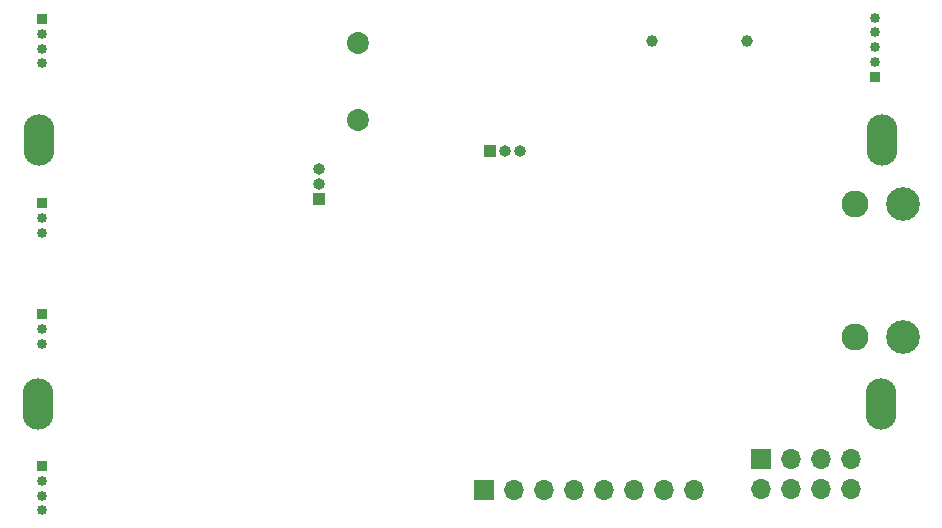
<source format=gbr>
%TF.GenerationSoftware,KiCad,Pcbnew,7.0.8*%
%TF.CreationDate,2023-10-16T09:34:00+02:00*%
%TF.ProjectId,Suspension_telemetry,53757370-656e-4736-996f-6e5f74656c65,rev?*%
%TF.SameCoordinates,Original*%
%TF.FileFunction,Soldermask,Bot*%
%TF.FilePolarity,Negative*%
%FSLAX46Y46*%
G04 Gerber Fmt 4.6, Leading zero omitted, Abs format (unit mm)*
G04 Created by KiCad (PCBNEW 7.0.8) date 2023-10-16 09:34:00*
%MOMM*%
%LPD*%
G01*
G04 APERTURE LIST*
%ADD10R,0.850000X0.850000*%
%ADD11C,0.850000*%
%ADD12R,1.700000X1.700000*%
%ADD13O,1.700000X1.700000*%
%ADD14C,1.000000*%
%ADD15C,1.860000*%
%ADD16R,1.000000X1.000000*%
%ADD17O,1.000000X1.000000*%
%ADD18C,2.280000*%
%ADD19C,2.850000*%
%ADD20O,2.604000X4.344000*%
G04 APERTURE END LIST*
D10*
%TO.C,J12*%
X72566000Y-116623200D03*
D11*
X72566000Y-117873200D03*
X72566000Y-119123200D03*
X72566000Y-120373200D03*
%TD*%
D12*
%TO.C,J6*%
X109982000Y-118618000D03*
D13*
X112522000Y-118618000D03*
X115062000Y-118618000D03*
X117602000Y-118618000D03*
X120142000Y-118618000D03*
X122682000Y-118618000D03*
X125222000Y-118618000D03*
X127762000Y-118618000D03*
%TD*%
D14*
%TO.C,J3*%
X132204000Y-80661000D03*
X124204000Y-80661000D03*
%TD*%
D15*
%TO.C,S1*%
X99314000Y-87324000D03*
X99314000Y-80824000D03*
%TD*%
D16*
%TO.C,J10*%
X110490000Y-89916000D03*
D17*
X111760000Y-89916000D03*
X113030000Y-89916000D03*
%TD*%
D12*
%TO.C,J4*%
X133461600Y-116058000D03*
D13*
X133461600Y-118598000D03*
X136001600Y-116058000D03*
X136001600Y-118598000D03*
X138541600Y-116058000D03*
X138541600Y-118598000D03*
X141081600Y-116058000D03*
X141081600Y-118598000D03*
%TD*%
D18*
%TO.C,J1*%
X141422000Y-105696000D03*
X141422000Y-94456000D03*
D19*
X145422000Y-105696000D03*
X145422000Y-94456000D03*
%TD*%
D16*
%TO.C,J2*%
X96012000Y-93980000D03*
D17*
X96012000Y-92710000D03*
X96012000Y-91440000D03*
%TD*%
D10*
%TO.C,J8*%
X72566000Y-103786200D03*
D11*
X72566000Y-105036200D03*
X72566000Y-106286200D03*
%TD*%
D10*
%TO.C,J9*%
X72566000Y-78777200D03*
D11*
X72566000Y-80027200D03*
X72566000Y-81277200D03*
X72566000Y-82527200D03*
%TD*%
D10*
%TO.C,J7*%
X143080000Y-83645700D03*
D11*
X143080000Y-82395700D03*
X143080000Y-81145700D03*
X143080000Y-79895700D03*
X143080000Y-78645700D03*
%TD*%
D10*
%TO.C,J11*%
X72566000Y-94388200D03*
D11*
X72566000Y-95638200D03*
X72566000Y-96888200D03*
%TD*%
D20*
%TO.C,BT1*%
X72197000Y-111324000D03*
X143597000Y-111324000D03*
%TD*%
%TO.C,BT2*%
X143701000Y-88972000D03*
X72301000Y-88972000D03*
%TD*%
M02*

</source>
